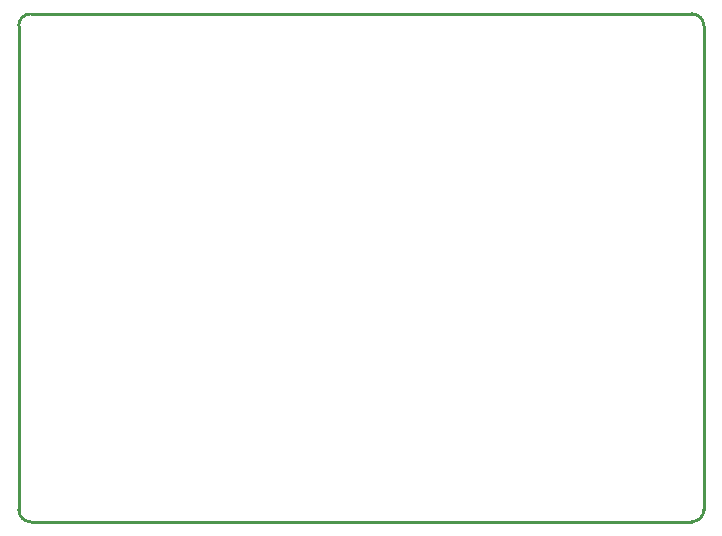
<source format=gko>
G04 Layer: BoardOutlineLayer*
G04 EasyEDA Pro v2.2.40.8, 2025-10-10 01:47:25*
G04 Gerber Generator version 0.3*
G04 Scale: 100 percent, Rotated: No, Reflected: No*
G04 Dimensions in millimeters*
G04 Leading zeros omitted, absolute positions, 4 integers and 5 decimals*
G04 Generated by custom config*
%FSLAX45Y45*%
%MOMM*%
%ADD10C,0.254*%
%ADD11C,0.5402*%
G75*


G04 Rect Start*
G54D10*
G01X0Y100000D02*
G01X0Y4200000D01*
G03X-100000Y4300000I-100000J0D01*
G01X-5700000Y4300000D01*
G03X-5800000Y4200000I0J-100000D01*
G01X-5800000Y100000D01*
G03X-5700000Y0I100000J0D01*
G01X-100000Y0D01*
G03X0Y100000I0J100000D01*
G04 Rect End*

M02*


</source>
